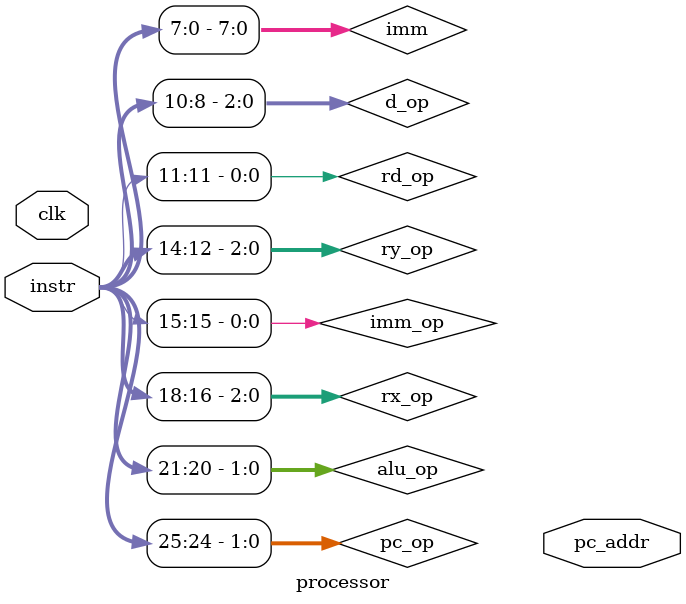
<source format=v>
`timescale 1ns / 1ps


module processor(
    input [31:0]instr,
    input clk,
    output pc_addr
    );
    //wire for controling mux and decoder
    wire [1:0]pc_op;
    wire [1:0]alu_op;
    wire [2:0]rx_op;
    wire imm_op;
    wire [2:0]ry_op;
    wire rd_op;
    wire [2:0]d_op;
    wire [7:0]imm;
    //assign instr to wires
    assign pc_op=instr[25:24];
    assign alu_op=instr[21:20];
    assign rx_op=instr[18:16]
;
    assign imm_op=instr[15];
    assign ry_op=instr[14:12];
    assign rd_op=instr[11];
    assign d_op=instr[10:8];
    assign imm[7:0]=instr[7:0];
    //wires for mux outputs
    wire [7:0]rd_mux;
    wire [7:0]pc_mux;
    wire [7:0]rx_mux;
    wire [7:0]ry_mux;
    wire [7:0]alu_mux;
    wire [7:0]imm_mux;
    //decoder unit for ce in r0-r6
    wire [6:0]decoder;
    decoder decoder_(
        .select(d_op),
        .odata(decoder)
    );
    //registers
    wire [7:0]r0;wire [7:0]r1;wire [7:0]r2;
    wire [7:0]r3;wire [7:0]r4;wire [7:0]r5;
    wire [7:0]r6;wire [7:0]r7;
    
    register r0_(
        .idata(rd_mux),
        .clk(clk),
        .ce(decoder[0]),
        .odata(r0)
    );
    register r1_(
        .idata(rd_mux),
        .clk(clk),
        .ce(decoder[1]),
        .odata(r1)
    );
    register r2_(
        .idata(rd_mux),
        .clk(clk),
        .ce(decoder[2]),
        .odata(r2)
    );
    register r3_(
        .idata(rd_mux),
        .clk(clk),
        .ce(decoder[3]),
        .odata(r3)
    );
    register r4_(
        .idata(rd_mux),
        .clk(clk),
        .ce(decoder[4]),
        .odata(r4)
    );
    register r5_(
        .idata(rd_mux),
        .clk(clk),
        .ce(decoder[5]),
        .odata(r5)
    );  
    register r6_(
        .idata(7'h00),
        .clk(clk),
        .ce(decoder[6]),
        .odata(r6)
    );  
    register r7_(  //add logit to increment every clk cycle
        .idata(pc_mux),
        .clk(clk),
        .ce(1'b1),
        .odata(r7)
    );
    //multiplexers (exept alu_mux, inplemented in ALU module)
    multiplexer rd_mux_(
        .idata(alu),
        .select(),
        .odata(rd_mux)
    );
    multiplexer pc_mux_(
        .idata(),
        .select(),
        .odata(pc_mux)    
    );
    multiplexer rx_mux_(
        .idata(),
        .select(),
        .odata(rx_mux)   
    );
    multiplexer ry_mux_(
        .idata(),
        .select(),
        .odata(ry_mux)    
    );
    multiplexer imm_mux_(
        .idata(),
        .select(),
        .odata(imm_mux)    
    );
endmodule

</source>
